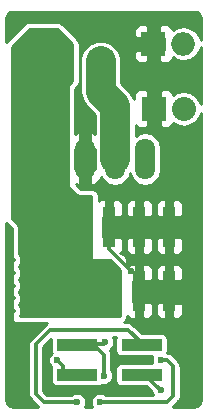
<source format=gbl>
G04 #@! TF.FileFunction,Copper,L2,Bot,Signal*
%FSLAX46Y46*%
G04 Gerber Fmt 4.6, Leading zero omitted, Abs format (unit mm)*
G04 Created by KiCad (PCBNEW 4.0.2-stable) date 16.05.2016 20:42:00*
%MOMM*%
G01*
G04 APERTURE LIST*
%ADD10C,0.100000*%
%ADD11C,0.500000*%
%ADD12R,2.032000X2.032000*%
%ADD13O,2.032000X2.032000*%
%ADD14C,2.500000*%
%ADD15O,1.699260X3.500120*%
%ADD16R,3.450000X1.020000*%
%ADD17R,1.020000X3.450000*%
%ADD18O,1.998980X1.998980*%
%ADD19R,1.998980X1.998980*%
%ADD20C,0.600000*%
%ADD21C,0.300000*%
%ADD22C,2.500000*%
%ADD23C,1.500000*%
%ADD24C,0.254000*%
G04 APERTURE END LIST*
D10*
D11*
X157200000Y-124720000D03*
X157200000Y-131200000D03*
X157200000Y-123640000D03*
X157200000Y-122560000D03*
X157200000Y-121480000D03*
X157200000Y-120400000D03*
X157200000Y-119320000D03*
X157200000Y-118240000D03*
X157200000Y-117160000D03*
X157200000Y-116080000D03*
X157200000Y-115000000D03*
X157200000Y-113920000D03*
X157200000Y-112840000D03*
X157200000Y-111760000D03*
X157200000Y-110680000D03*
X157200000Y-109600000D03*
X157200000Y-108520000D03*
X157200000Y-104200000D03*
X157200000Y-103120000D03*
X141800000Y-131200000D03*
X141800000Y-130120000D03*
X141800000Y-129040000D03*
X141800000Y-127960000D03*
X141800000Y-126880000D03*
X141800000Y-125800000D03*
X141800000Y-124720000D03*
X141800000Y-123640000D03*
X141800000Y-122560000D03*
X141800000Y-121480000D03*
X141800000Y-120400000D03*
X141800000Y-119320000D03*
X141800000Y-99880000D03*
X157200000Y-98800000D03*
X156100000Y-98800000D03*
X155000000Y-98800000D03*
X153900000Y-98800000D03*
X152800000Y-98800000D03*
X151700000Y-98800000D03*
X150600000Y-98800000D03*
X149500000Y-98800000D03*
X148400000Y-98800000D03*
X147300000Y-98800000D03*
X146200000Y-98800000D03*
X145100000Y-98800000D03*
X144000000Y-98800000D03*
X142900000Y-98800000D03*
D12*
X153750000Y-106500000D03*
D13*
X156290000Y-106500000D03*
D14*
X149250000Y-102500000D03*
X144250000Y-102500000D03*
D15*
X150500000Y-110750000D03*
X153040000Y-110750000D03*
X147960000Y-110750000D03*
D11*
X141800000Y-98800000D03*
D16*
X147275000Y-129020000D03*
X152725000Y-129020000D03*
X147275000Y-126480000D03*
X152725000Y-126480000D03*
D17*
X152540000Y-121975000D03*
X152540000Y-116525000D03*
X150000000Y-121975000D03*
X150000000Y-116525000D03*
X144920000Y-116525000D03*
X144920000Y-121975000D03*
X147460000Y-116525000D03*
X147460000Y-121975000D03*
X155080000Y-121975000D03*
X155080000Y-116525000D03*
D18*
X156270000Y-101000000D03*
D19*
X153730000Y-101000000D03*
D17*
X142730000Y-106875000D03*
X142730000Y-112325000D03*
X145270000Y-106875000D03*
X145270000Y-112325000D03*
D20*
X154350000Y-130350000D03*
X147250000Y-130200000D03*
X144875000Y-129225000D03*
X156600000Y-129200000D03*
X156200000Y-126200000D03*
X151800000Y-120200000D03*
X144450000Y-123150000D03*
X147250000Y-131350000D03*
X149200000Y-131350000D03*
X154350000Y-127800000D03*
X145600000Y-127800000D03*
X149650000Y-126250000D03*
X149550000Y-129100000D03*
D21*
X152725000Y-129020000D02*
X153020000Y-129020000D01*
X153020000Y-129020000D02*
X153939500Y-129939500D01*
X154350000Y-130350000D02*
X153939500Y-129939500D01*
X147250000Y-130200000D02*
X145100000Y-130200000D01*
X144875000Y-129975000D02*
X144875000Y-129225000D01*
X145100000Y-130200000D02*
X144875000Y-129975000D01*
X156600000Y-130600000D02*
X157200000Y-131200000D01*
X156600000Y-129200000D02*
X156600000Y-130600000D01*
X153730000Y-101000000D02*
X153730000Y-102930000D01*
X153730000Y-102930000D02*
X154000000Y-103200000D01*
X154000000Y-103200000D02*
X157200000Y-103200000D01*
X156200000Y-128800000D02*
X156600000Y-129200000D01*
X155080000Y-122959500D02*
X156159500Y-122959500D01*
X156159500Y-122959500D02*
X156600000Y-123400000D01*
X156600000Y-123400000D02*
X156600000Y-125800000D01*
X156200000Y-126200000D02*
X156200000Y-128800000D01*
X156600000Y-125800000D02*
X156200000Y-126200000D01*
X150000000Y-115530000D02*
X150000000Y-118400000D01*
X150000000Y-118400000D02*
X151800000Y-120200000D01*
D22*
X149250000Y-102500000D02*
X149250000Y-105050000D01*
X149250000Y-105050000D02*
X150500000Y-106300000D01*
X150500000Y-106300000D02*
X150500000Y-110750000D01*
D23*
X144450000Y-123150000D02*
X144640500Y-122959500D01*
X144640500Y-122959500D02*
X144922540Y-122959500D01*
D21*
X145925000Y-131350000D02*
X144475000Y-131350000D01*
X144400000Y-125800000D02*
X144975000Y-125225000D01*
X144975000Y-125225000D02*
X151575000Y-125225000D01*
X151575000Y-125225000D02*
X152725000Y-126375000D01*
X143775000Y-126425000D02*
X144400000Y-125800000D01*
X143775000Y-126500000D02*
X143775000Y-126425000D01*
X143775000Y-126525000D02*
X143775000Y-126500000D01*
X143775000Y-127225000D02*
X143775000Y-126525000D01*
X143775000Y-130650000D02*
X143775000Y-127225000D01*
X144475000Y-131350000D02*
X143775000Y-130650000D01*
X147250000Y-131350000D02*
X145925000Y-131350000D01*
X145925000Y-131350000D02*
X145875000Y-131350000D01*
X152725000Y-126375000D02*
X152725000Y-126480000D01*
X151740000Y-126460000D02*
X153539500Y-126460000D01*
X149950000Y-131350000D02*
X154850000Y-131350000D01*
X149950000Y-131350000D02*
X149200000Y-131350000D01*
X154900000Y-127800000D02*
X154350000Y-127800000D01*
X155400000Y-128300000D02*
X154900000Y-127800000D01*
X155400000Y-130800000D02*
X155400000Y-128300000D01*
X154850000Y-131350000D02*
X155400000Y-130800000D01*
X154350000Y-127800000D02*
X154250000Y-127700000D01*
X145600000Y-127800000D02*
X146110000Y-128310000D01*
X146110000Y-128310000D02*
X146110000Y-129000000D01*
X149540000Y-126460000D02*
X149540000Y-126360000D01*
X148060000Y-126460000D02*
X149540000Y-126460000D01*
X149540000Y-126360000D02*
X149650000Y-126250000D01*
X149550000Y-127350000D02*
X148680000Y-126480000D01*
X149550000Y-129100000D02*
X149550000Y-127350000D01*
X148680000Y-126480000D02*
X147275000Y-126480000D01*
X148060000Y-126460000D02*
X146110000Y-126460000D01*
D24*
G36*
X141723000Y-116597580D02*
X141723000Y-124200000D01*
X141755622Y-124373369D01*
X141858083Y-124532598D01*
X142014420Y-124639419D01*
X142200000Y-124677000D01*
X144688255Y-124677000D01*
X144531644Y-124781644D01*
X143331644Y-125981644D01*
X143195728Y-126185057D01*
X143148000Y-126425000D01*
X143148000Y-130650000D01*
X143195728Y-130889943D01*
X143223974Y-130932216D01*
X143331644Y-131093356D01*
X143956288Y-131718000D01*
X141847475Y-131718000D01*
X141605383Y-131669845D01*
X141440395Y-131559604D01*
X141330155Y-131394618D01*
X141282000Y-131152525D01*
X141282000Y-116156580D01*
X141723000Y-116597580D01*
X141723000Y-116597580D01*
G37*
X141723000Y-116597580D02*
X141723000Y-124200000D01*
X141755622Y-124373369D01*
X141858083Y-124532598D01*
X142014420Y-124639419D01*
X142200000Y-124677000D01*
X144688255Y-124677000D01*
X144531644Y-124781644D01*
X143331644Y-125981644D01*
X143195728Y-126185057D01*
X143148000Y-126425000D01*
X143148000Y-130650000D01*
X143195728Y-130889943D01*
X143223974Y-130932216D01*
X143331644Y-131093356D01*
X143956288Y-131718000D01*
X141847475Y-131718000D01*
X141605383Y-131669845D01*
X141440395Y-131559604D01*
X141330155Y-131394618D01*
X141282000Y-131152525D01*
X141282000Y-116156580D01*
X141723000Y-116597580D01*
G36*
X150513656Y-125970000D02*
X150513656Y-126990000D01*
X150546917Y-127166765D01*
X150651385Y-127329113D01*
X150810785Y-127438027D01*
X151000000Y-127476344D01*
X153643071Y-127476344D01*
X153573135Y-127644767D01*
X153572866Y-127953877D01*
X153601698Y-128023656D01*
X151000000Y-128023656D01*
X150823235Y-128056917D01*
X150660887Y-128161385D01*
X150551973Y-128320785D01*
X150513656Y-128510000D01*
X150513656Y-129530000D01*
X150546917Y-129706765D01*
X150651385Y-129869113D01*
X150810785Y-129978027D01*
X151000000Y-130016344D01*
X153129632Y-130016344D01*
X153572905Y-130459617D01*
X153572866Y-130503877D01*
X153663406Y-130723000D01*
X149671979Y-130723000D01*
X149640710Y-130691676D01*
X149355233Y-130573135D01*
X149046123Y-130572866D01*
X148760440Y-130690908D01*
X148541676Y-130909290D01*
X148423135Y-131194767D01*
X148422866Y-131503877D01*
X148511340Y-131718000D01*
X147938516Y-131718000D01*
X148026865Y-131505233D01*
X148027134Y-131196123D01*
X147909092Y-130910440D01*
X147690710Y-130691676D01*
X147405233Y-130573135D01*
X147096123Y-130572866D01*
X146810440Y-130690908D01*
X146778292Y-130723000D01*
X144734712Y-130723000D01*
X144402000Y-130390288D01*
X144402000Y-126684712D01*
X145063656Y-126023056D01*
X145063656Y-126990000D01*
X145096917Y-127166765D01*
X145111631Y-127189632D01*
X144941676Y-127359290D01*
X144823135Y-127644767D01*
X144822866Y-127953877D01*
X144940908Y-128239560D01*
X145088484Y-128387394D01*
X145063656Y-128510000D01*
X145063656Y-129530000D01*
X145096917Y-129706765D01*
X145201385Y-129869113D01*
X145360785Y-129978027D01*
X145550000Y-130016344D01*
X149000000Y-130016344D01*
X149176765Y-129983083D01*
X149339113Y-129878615D01*
X149352345Y-129859250D01*
X149394767Y-129876865D01*
X149703877Y-129877134D01*
X149989560Y-129759092D01*
X150208324Y-129540710D01*
X150326865Y-129255233D01*
X150327134Y-128946123D01*
X150209092Y-128660440D01*
X150177000Y-128628292D01*
X150177000Y-127350000D01*
X150172845Y-127329113D01*
X150129273Y-127110058D01*
X150015452Y-126939713D01*
X150089560Y-126909092D01*
X150308324Y-126690710D01*
X150426865Y-126405233D01*
X150427134Y-126096123D01*
X150326264Y-125852000D01*
X150537552Y-125852000D01*
X150513656Y-125970000D01*
X150513656Y-125970000D01*
G37*
X150513656Y-125970000D02*
X150513656Y-126990000D01*
X150546917Y-127166765D01*
X150651385Y-127329113D01*
X150810785Y-127438027D01*
X151000000Y-127476344D01*
X153643071Y-127476344D01*
X153573135Y-127644767D01*
X153572866Y-127953877D01*
X153601698Y-128023656D01*
X151000000Y-128023656D01*
X150823235Y-128056917D01*
X150660887Y-128161385D01*
X150551973Y-128320785D01*
X150513656Y-128510000D01*
X150513656Y-129530000D01*
X150546917Y-129706765D01*
X150651385Y-129869113D01*
X150810785Y-129978027D01*
X151000000Y-130016344D01*
X153129632Y-130016344D01*
X153572905Y-130459617D01*
X153572866Y-130503877D01*
X153663406Y-130723000D01*
X149671979Y-130723000D01*
X149640710Y-130691676D01*
X149355233Y-130573135D01*
X149046123Y-130572866D01*
X148760440Y-130690908D01*
X148541676Y-130909290D01*
X148423135Y-131194767D01*
X148422866Y-131503877D01*
X148511340Y-131718000D01*
X147938516Y-131718000D01*
X148026865Y-131505233D01*
X148027134Y-131196123D01*
X147909092Y-130910440D01*
X147690710Y-130691676D01*
X147405233Y-130573135D01*
X147096123Y-130572866D01*
X146810440Y-130690908D01*
X146778292Y-130723000D01*
X144734712Y-130723000D01*
X144402000Y-130390288D01*
X144402000Y-126684712D01*
X145063656Y-126023056D01*
X145063656Y-126990000D01*
X145096917Y-127166765D01*
X145111631Y-127189632D01*
X144941676Y-127359290D01*
X144823135Y-127644767D01*
X144822866Y-127953877D01*
X144940908Y-128239560D01*
X145088484Y-128387394D01*
X145063656Y-128510000D01*
X145063656Y-129530000D01*
X145096917Y-129706765D01*
X145201385Y-129869113D01*
X145360785Y-129978027D01*
X145550000Y-130016344D01*
X149000000Y-130016344D01*
X149176765Y-129983083D01*
X149339113Y-129878615D01*
X149352345Y-129859250D01*
X149394767Y-129876865D01*
X149703877Y-129877134D01*
X149989560Y-129759092D01*
X150208324Y-129540710D01*
X150326865Y-129255233D01*
X150327134Y-128946123D01*
X150209092Y-128660440D01*
X150177000Y-128628292D01*
X150177000Y-127350000D01*
X150172845Y-127329113D01*
X150129273Y-127110058D01*
X150015452Y-126939713D01*
X150089560Y-126909092D01*
X150308324Y-126690710D01*
X150426865Y-126405233D01*
X150427134Y-126096123D01*
X150326264Y-125852000D01*
X150537552Y-125852000D01*
X150513656Y-125970000D01*
G36*
X157394618Y-98330155D02*
X157559604Y-98440395D01*
X157669845Y-98605383D01*
X157718000Y-98847475D01*
X157718000Y-100711350D01*
X157663025Y-100434972D01*
X157342962Y-99955964D01*
X156863954Y-99635901D01*
X156298926Y-99523510D01*
X156241074Y-99523510D01*
X155676046Y-99635901D01*
X155354717Y-99850606D01*
X155267817Y-99640811D01*
X155089188Y-99462183D01*
X154855799Y-99365510D01*
X154388495Y-99365510D01*
X154229745Y-99524260D01*
X154229745Y-100500255D01*
X154623000Y-100500255D01*
X154623000Y-101499745D01*
X154229745Y-101499745D01*
X154229745Y-102475740D01*
X154388495Y-102634490D01*
X154855799Y-102634490D01*
X155089188Y-102537817D01*
X155267817Y-102359189D01*
X155354717Y-102149394D01*
X155676046Y-102364099D01*
X156241074Y-102476490D01*
X156298926Y-102476490D01*
X156863954Y-102364099D01*
X157342962Y-102044036D01*
X157663025Y-101565028D01*
X157718000Y-101288650D01*
X157718000Y-106143974D01*
X157669352Y-105899404D01*
X157345710Y-105415040D01*
X156861346Y-105091398D01*
X156290000Y-104977750D01*
X155718654Y-105091398D01*
X155383467Y-105315363D01*
X155304327Y-105124302D01*
X155125699Y-104945673D01*
X154892310Y-104849000D01*
X154416750Y-104849000D01*
X154258000Y-105007750D01*
X154258000Y-105992000D01*
X154643000Y-105992000D01*
X154643000Y-107008000D01*
X154258000Y-107008000D01*
X154258000Y-107992250D01*
X154416750Y-108151000D01*
X154892310Y-108151000D01*
X155125699Y-108054327D01*
X155304327Y-107875698D01*
X155383467Y-107684637D01*
X155718654Y-107908602D01*
X156290000Y-108022250D01*
X156861346Y-107908602D01*
X157345710Y-107584960D01*
X157669352Y-107100596D01*
X157718000Y-106856026D01*
X157718000Y-131152525D01*
X157669845Y-131394617D01*
X157559604Y-131559605D01*
X157394618Y-131669845D01*
X157152525Y-131718000D01*
X155368712Y-131718000D01*
X155843356Y-131243356D01*
X155852767Y-131229272D01*
X155979272Y-131039943D01*
X156027000Y-130800000D01*
X156027000Y-128300000D01*
X156015733Y-128243356D01*
X155979273Y-128060058D01*
X155843356Y-127856644D01*
X155343356Y-127356644D01*
X155139943Y-127220728D01*
X154900000Y-127173000D01*
X154899286Y-127173000D01*
X154936344Y-126990000D01*
X154936344Y-125970000D01*
X154903083Y-125793235D01*
X154798615Y-125630887D01*
X154639215Y-125521973D01*
X154450000Y-125483656D01*
X152720368Y-125483656D01*
X152018356Y-124781644D01*
X151814943Y-124645728D01*
X151575000Y-124598000D01*
X151245442Y-124598000D01*
X151332598Y-124541917D01*
X151439419Y-124385580D01*
X151477000Y-124200000D01*
X151477000Y-124024275D01*
X151491673Y-124059699D01*
X151670302Y-124238327D01*
X151903691Y-124335000D01*
X152126250Y-124335000D01*
X152285000Y-124176250D01*
X152285000Y-122837500D01*
X152795000Y-122837500D01*
X152795000Y-124176250D01*
X152953750Y-124335000D01*
X153176309Y-124335000D01*
X153409698Y-124238327D01*
X153588327Y-124059699D01*
X153685000Y-123826310D01*
X153685000Y-122996250D01*
X153935000Y-122996250D01*
X153935000Y-123826310D01*
X154031673Y-124059699D01*
X154210302Y-124238327D01*
X154443691Y-124335000D01*
X154666250Y-124335000D01*
X154825000Y-124176250D01*
X154825000Y-122837500D01*
X155335000Y-122837500D01*
X155335000Y-124176250D01*
X155493750Y-124335000D01*
X155716309Y-124335000D01*
X155949698Y-124238327D01*
X156128327Y-124059699D01*
X156225000Y-123826310D01*
X156225000Y-122996250D01*
X156066250Y-122837500D01*
X155335000Y-122837500D01*
X154825000Y-122837500D01*
X154093750Y-122837500D01*
X153935000Y-122996250D01*
X153685000Y-122996250D01*
X153526250Y-122837500D01*
X152795000Y-122837500D01*
X152285000Y-122837500D01*
X152030000Y-122837500D01*
X152030000Y-121112500D01*
X152285000Y-121112500D01*
X152285000Y-119773750D01*
X152795000Y-119773750D01*
X152795000Y-121112500D01*
X153526250Y-121112500D01*
X153685000Y-120953750D01*
X153685000Y-120123690D01*
X153935000Y-120123690D01*
X153935000Y-120953750D01*
X154093750Y-121112500D01*
X154825000Y-121112500D01*
X154825000Y-119773750D01*
X155335000Y-119773750D01*
X155335000Y-121112500D01*
X156066250Y-121112500D01*
X156225000Y-120953750D01*
X156225000Y-120123690D01*
X156128327Y-119890301D01*
X155949698Y-119711673D01*
X155716309Y-119615000D01*
X155493750Y-119615000D01*
X155335000Y-119773750D01*
X154825000Y-119773750D01*
X154666250Y-119615000D01*
X154443691Y-119615000D01*
X154210302Y-119711673D01*
X154031673Y-119890301D01*
X153935000Y-120123690D01*
X153685000Y-120123690D01*
X153588327Y-119890301D01*
X153409698Y-119711673D01*
X153176309Y-119615000D01*
X152953750Y-119615000D01*
X152795000Y-119773750D01*
X152285000Y-119773750D01*
X152126250Y-119615000D01*
X151903691Y-119615000D01*
X151670302Y-119711673D01*
X151491673Y-119890301D01*
X151477000Y-119925725D01*
X151477000Y-119200000D01*
X151444378Y-119026631D01*
X151341917Y-118867402D01*
X151185580Y-118760581D01*
X151000000Y-118723000D01*
X150935025Y-118723000D01*
X151048327Y-118609699D01*
X151145000Y-118376310D01*
X151145000Y-117546250D01*
X151395000Y-117546250D01*
X151395000Y-118376310D01*
X151491673Y-118609699D01*
X151670302Y-118788327D01*
X151903691Y-118885000D01*
X152126250Y-118885000D01*
X152285000Y-118726250D01*
X152285000Y-117387500D01*
X152795000Y-117387500D01*
X152795000Y-118726250D01*
X152953750Y-118885000D01*
X153176309Y-118885000D01*
X153409698Y-118788327D01*
X153588327Y-118609699D01*
X153685000Y-118376310D01*
X153685000Y-117546250D01*
X153935000Y-117546250D01*
X153935000Y-118376310D01*
X154031673Y-118609699D01*
X154210302Y-118788327D01*
X154443691Y-118885000D01*
X154666250Y-118885000D01*
X154825000Y-118726250D01*
X154825000Y-117387500D01*
X155335000Y-117387500D01*
X155335000Y-118726250D01*
X155493750Y-118885000D01*
X155716309Y-118885000D01*
X155949698Y-118788327D01*
X156128327Y-118609699D01*
X156225000Y-118376310D01*
X156225000Y-117546250D01*
X156066250Y-117387500D01*
X155335000Y-117387500D01*
X154825000Y-117387500D01*
X154093750Y-117387500D01*
X153935000Y-117546250D01*
X153685000Y-117546250D01*
X153526250Y-117387500D01*
X152795000Y-117387500D01*
X152285000Y-117387500D01*
X151553750Y-117387500D01*
X151395000Y-117546250D01*
X151145000Y-117546250D01*
X150986250Y-117387500D01*
X150255000Y-117387500D01*
X150255000Y-117418000D01*
X149745000Y-117418000D01*
X149745000Y-117387500D01*
X149490000Y-117387500D01*
X149490000Y-115662500D01*
X149745000Y-115662500D01*
X149745000Y-114323750D01*
X150255000Y-114323750D01*
X150255000Y-115662500D01*
X150986250Y-115662500D01*
X151145000Y-115503750D01*
X151145000Y-114673690D01*
X151395000Y-114673690D01*
X151395000Y-115503750D01*
X151553750Y-115662500D01*
X152285000Y-115662500D01*
X152285000Y-114323750D01*
X152795000Y-114323750D01*
X152795000Y-115662500D01*
X153526250Y-115662500D01*
X153685000Y-115503750D01*
X153685000Y-114673690D01*
X153935000Y-114673690D01*
X153935000Y-115503750D01*
X154093750Y-115662500D01*
X154825000Y-115662500D01*
X154825000Y-114323750D01*
X155335000Y-114323750D01*
X155335000Y-115662500D01*
X156066250Y-115662500D01*
X156225000Y-115503750D01*
X156225000Y-114673690D01*
X156128327Y-114440301D01*
X155949698Y-114261673D01*
X155716309Y-114165000D01*
X155493750Y-114165000D01*
X155335000Y-114323750D01*
X154825000Y-114323750D01*
X154666250Y-114165000D01*
X154443691Y-114165000D01*
X154210302Y-114261673D01*
X154031673Y-114440301D01*
X153935000Y-114673690D01*
X153685000Y-114673690D01*
X153588327Y-114440301D01*
X153409698Y-114261673D01*
X153176309Y-114165000D01*
X152953750Y-114165000D01*
X152795000Y-114323750D01*
X152285000Y-114323750D01*
X152126250Y-114165000D01*
X151903691Y-114165000D01*
X151670302Y-114261673D01*
X151491673Y-114440301D01*
X151395000Y-114673690D01*
X151145000Y-114673690D01*
X151048327Y-114440301D01*
X150869698Y-114261673D01*
X150636309Y-114165000D01*
X150413750Y-114165000D01*
X150255000Y-114323750D01*
X149745000Y-114323750D01*
X149586250Y-114165000D01*
X149363691Y-114165000D01*
X149130302Y-114261673D01*
X149077000Y-114314975D01*
X149077000Y-113800000D01*
X149044378Y-113626631D01*
X148941917Y-113467402D01*
X148785580Y-113360581D01*
X148600000Y-113323000D01*
X147597580Y-113323000D01*
X147191212Y-112916632D01*
X147317879Y-112989013D01*
X147535185Y-112906412D01*
X147535185Y-111623000D01*
X147110370Y-111623000D01*
X147110370Y-109877000D01*
X147535185Y-109877000D01*
X147535185Y-108593588D01*
X147317879Y-108510987D01*
X147077000Y-108648632D01*
X147077000Y-104797580D01*
X147337290Y-104537290D01*
X147439419Y-104385580D01*
X147477000Y-104200000D01*
X147477000Y-102842014D01*
X147522701Y-102842014D01*
X147523000Y-102842738D01*
X147523000Y-105050000D01*
X147584204Y-105357691D01*
X147654460Y-105710895D01*
X148028827Y-106271173D01*
X148773000Y-107015346D01*
X148773000Y-108608632D01*
X148602121Y-108510987D01*
X148384815Y-108593588D01*
X148384815Y-109877000D01*
X148773000Y-109877000D01*
X148773000Y-110750000D01*
X148809630Y-110934151D01*
X148809630Y-111623000D01*
X148384815Y-111623000D01*
X148384815Y-112906412D01*
X148602121Y-112989013D01*
X148859562Y-112841904D01*
X149247044Y-112406961D01*
X149303375Y-112245174D01*
X149561931Y-112632130D01*
X149992321Y-112919707D01*
X150500000Y-113020691D01*
X151007679Y-112919707D01*
X151438069Y-112632130D01*
X151725646Y-112201740D01*
X151770000Y-111978758D01*
X151814354Y-112201740D01*
X152101931Y-112632130D01*
X152532321Y-112919707D01*
X153040000Y-113020691D01*
X153547679Y-112919707D01*
X153978069Y-112632130D01*
X154265646Y-112201740D01*
X154366630Y-111694061D01*
X154366630Y-109805939D01*
X154265646Y-109298260D01*
X153978069Y-108867870D01*
X153547679Y-108580293D01*
X153040000Y-108479309D01*
X152532321Y-108580293D01*
X152227000Y-108784302D01*
X152227000Y-107907025D01*
X152374301Y-108054327D01*
X152607690Y-108151000D01*
X153083250Y-108151000D01*
X153242000Y-107992250D01*
X153242000Y-107008000D01*
X152857000Y-107008000D01*
X152857000Y-105992000D01*
X153242000Y-105992000D01*
X153242000Y-105007750D01*
X153083250Y-104849000D01*
X152607690Y-104849000D01*
X152374301Y-104945673D01*
X152195673Y-105124302D01*
X152099000Y-105357691D01*
X152099000Y-105656501D01*
X152095540Y-105639106D01*
X151721173Y-105078827D01*
X150977000Y-104334654D01*
X150977000Y-102500934D01*
X150977299Y-102157986D01*
X150770914Y-101658495D01*
X152095510Y-101658495D01*
X152095510Y-102125800D01*
X152192183Y-102359189D01*
X152370812Y-102537817D01*
X152604201Y-102634490D01*
X153071505Y-102634490D01*
X153230255Y-102475740D01*
X153230255Y-101499745D01*
X152254260Y-101499745D01*
X152095510Y-101658495D01*
X150770914Y-101658495D01*
X150714933Y-101523011D01*
X150229544Y-101036774D01*
X149595029Y-100773300D01*
X148907986Y-100772701D01*
X148273011Y-101035067D01*
X147786774Y-101520456D01*
X147523300Y-102154971D01*
X147522701Y-102842014D01*
X147477000Y-102842014D01*
X147477000Y-101000000D01*
X147441941Y-100820508D01*
X147337290Y-100662710D01*
X146548780Y-99874200D01*
X152095510Y-99874200D01*
X152095510Y-100341505D01*
X152254260Y-100500255D01*
X153230255Y-100500255D01*
X153230255Y-99524260D01*
X153071505Y-99365510D01*
X152604201Y-99365510D01*
X152370812Y-99462183D01*
X152192183Y-99640811D01*
X152095510Y-99874200D01*
X146548780Y-99874200D01*
X145937290Y-99262710D01*
X145785580Y-99160581D01*
X145600000Y-99123000D01*
X143200000Y-99123000D01*
X143020508Y-99158059D01*
X142862710Y-99262710D01*
X141282000Y-100843420D01*
X141282000Y-98847475D01*
X141330155Y-98605382D01*
X141440395Y-98440396D01*
X141605383Y-98330155D01*
X141847475Y-98282000D01*
X157152525Y-98282000D01*
X157394618Y-98330155D01*
X157394618Y-98330155D01*
G37*
X157394618Y-98330155D02*
X157559604Y-98440395D01*
X157669845Y-98605383D01*
X157718000Y-98847475D01*
X157718000Y-100711350D01*
X157663025Y-100434972D01*
X157342962Y-99955964D01*
X156863954Y-99635901D01*
X156298926Y-99523510D01*
X156241074Y-99523510D01*
X155676046Y-99635901D01*
X155354717Y-99850606D01*
X155267817Y-99640811D01*
X155089188Y-99462183D01*
X154855799Y-99365510D01*
X154388495Y-99365510D01*
X154229745Y-99524260D01*
X154229745Y-100500255D01*
X154623000Y-100500255D01*
X154623000Y-101499745D01*
X154229745Y-101499745D01*
X154229745Y-102475740D01*
X154388495Y-102634490D01*
X154855799Y-102634490D01*
X155089188Y-102537817D01*
X155267817Y-102359189D01*
X155354717Y-102149394D01*
X155676046Y-102364099D01*
X156241074Y-102476490D01*
X156298926Y-102476490D01*
X156863954Y-102364099D01*
X157342962Y-102044036D01*
X157663025Y-101565028D01*
X157718000Y-101288650D01*
X157718000Y-106143974D01*
X157669352Y-105899404D01*
X157345710Y-105415040D01*
X156861346Y-105091398D01*
X156290000Y-104977750D01*
X155718654Y-105091398D01*
X155383467Y-105315363D01*
X155304327Y-105124302D01*
X155125699Y-104945673D01*
X154892310Y-104849000D01*
X154416750Y-104849000D01*
X154258000Y-105007750D01*
X154258000Y-105992000D01*
X154643000Y-105992000D01*
X154643000Y-107008000D01*
X154258000Y-107008000D01*
X154258000Y-107992250D01*
X154416750Y-108151000D01*
X154892310Y-108151000D01*
X155125699Y-108054327D01*
X155304327Y-107875698D01*
X155383467Y-107684637D01*
X155718654Y-107908602D01*
X156290000Y-108022250D01*
X156861346Y-107908602D01*
X157345710Y-107584960D01*
X157669352Y-107100596D01*
X157718000Y-106856026D01*
X157718000Y-131152525D01*
X157669845Y-131394617D01*
X157559604Y-131559605D01*
X157394618Y-131669845D01*
X157152525Y-131718000D01*
X155368712Y-131718000D01*
X155843356Y-131243356D01*
X155852767Y-131229272D01*
X155979272Y-131039943D01*
X156027000Y-130800000D01*
X156027000Y-128300000D01*
X156015733Y-128243356D01*
X155979273Y-128060058D01*
X155843356Y-127856644D01*
X155343356Y-127356644D01*
X155139943Y-127220728D01*
X154900000Y-127173000D01*
X154899286Y-127173000D01*
X154936344Y-126990000D01*
X154936344Y-125970000D01*
X154903083Y-125793235D01*
X154798615Y-125630887D01*
X154639215Y-125521973D01*
X154450000Y-125483656D01*
X152720368Y-125483656D01*
X152018356Y-124781644D01*
X151814943Y-124645728D01*
X151575000Y-124598000D01*
X151245442Y-124598000D01*
X151332598Y-124541917D01*
X151439419Y-124385580D01*
X151477000Y-124200000D01*
X151477000Y-124024275D01*
X151491673Y-124059699D01*
X151670302Y-124238327D01*
X151903691Y-124335000D01*
X152126250Y-124335000D01*
X152285000Y-124176250D01*
X152285000Y-122837500D01*
X152795000Y-122837500D01*
X152795000Y-124176250D01*
X152953750Y-124335000D01*
X153176309Y-124335000D01*
X153409698Y-124238327D01*
X153588327Y-124059699D01*
X153685000Y-123826310D01*
X153685000Y-122996250D01*
X153935000Y-122996250D01*
X153935000Y-123826310D01*
X154031673Y-124059699D01*
X154210302Y-124238327D01*
X154443691Y-124335000D01*
X154666250Y-124335000D01*
X154825000Y-124176250D01*
X154825000Y-122837500D01*
X155335000Y-122837500D01*
X155335000Y-124176250D01*
X155493750Y-124335000D01*
X155716309Y-124335000D01*
X155949698Y-124238327D01*
X156128327Y-124059699D01*
X156225000Y-123826310D01*
X156225000Y-122996250D01*
X156066250Y-122837500D01*
X155335000Y-122837500D01*
X154825000Y-122837500D01*
X154093750Y-122837500D01*
X153935000Y-122996250D01*
X153685000Y-122996250D01*
X153526250Y-122837500D01*
X152795000Y-122837500D01*
X152285000Y-122837500D01*
X152030000Y-122837500D01*
X152030000Y-121112500D01*
X152285000Y-121112500D01*
X152285000Y-119773750D01*
X152795000Y-119773750D01*
X152795000Y-121112500D01*
X153526250Y-121112500D01*
X153685000Y-120953750D01*
X153685000Y-120123690D01*
X153935000Y-120123690D01*
X153935000Y-120953750D01*
X154093750Y-121112500D01*
X154825000Y-121112500D01*
X154825000Y-119773750D01*
X155335000Y-119773750D01*
X155335000Y-121112500D01*
X156066250Y-121112500D01*
X156225000Y-120953750D01*
X156225000Y-120123690D01*
X156128327Y-119890301D01*
X155949698Y-119711673D01*
X155716309Y-119615000D01*
X155493750Y-119615000D01*
X155335000Y-119773750D01*
X154825000Y-119773750D01*
X154666250Y-119615000D01*
X154443691Y-119615000D01*
X154210302Y-119711673D01*
X154031673Y-119890301D01*
X153935000Y-120123690D01*
X153685000Y-120123690D01*
X153588327Y-119890301D01*
X153409698Y-119711673D01*
X153176309Y-119615000D01*
X152953750Y-119615000D01*
X152795000Y-119773750D01*
X152285000Y-119773750D01*
X152126250Y-119615000D01*
X151903691Y-119615000D01*
X151670302Y-119711673D01*
X151491673Y-119890301D01*
X151477000Y-119925725D01*
X151477000Y-119200000D01*
X151444378Y-119026631D01*
X151341917Y-118867402D01*
X151185580Y-118760581D01*
X151000000Y-118723000D01*
X150935025Y-118723000D01*
X151048327Y-118609699D01*
X151145000Y-118376310D01*
X151145000Y-117546250D01*
X151395000Y-117546250D01*
X151395000Y-118376310D01*
X151491673Y-118609699D01*
X151670302Y-118788327D01*
X151903691Y-118885000D01*
X152126250Y-118885000D01*
X152285000Y-118726250D01*
X152285000Y-117387500D01*
X152795000Y-117387500D01*
X152795000Y-118726250D01*
X152953750Y-118885000D01*
X153176309Y-118885000D01*
X153409698Y-118788327D01*
X153588327Y-118609699D01*
X153685000Y-118376310D01*
X153685000Y-117546250D01*
X153935000Y-117546250D01*
X153935000Y-118376310D01*
X154031673Y-118609699D01*
X154210302Y-118788327D01*
X154443691Y-118885000D01*
X154666250Y-118885000D01*
X154825000Y-118726250D01*
X154825000Y-117387500D01*
X155335000Y-117387500D01*
X155335000Y-118726250D01*
X155493750Y-118885000D01*
X155716309Y-118885000D01*
X155949698Y-118788327D01*
X156128327Y-118609699D01*
X156225000Y-118376310D01*
X156225000Y-117546250D01*
X156066250Y-117387500D01*
X155335000Y-117387500D01*
X154825000Y-117387500D01*
X154093750Y-117387500D01*
X153935000Y-117546250D01*
X153685000Y-117546250D01*
X153526250Y-117387500D01*
X152795000Y-117387500D01*
X152285000Y-117387500D01*
X151553750Y-117387500D01*
X151395000Y-117546250D01*
X151145000Y-117546250D01*
X150986250Y-117387500D01*
X150255000Y-117387500D01*
X150255000Y-117418000D01*
X149745000Y-117418000D01*
X149745000Y-117387500D01*
X149490000Y-117387500D01*
X149490000Y-115662500D01*
X149745000Y-115662500D01*
X149745000Y-114323750D01*
X150255000Y-114323750D01*
X150255000Y-115662500D01*
X150986250Y-115662500D01*
X151145000Y-115503750D01*
X151145000Y-114673690D01*
X151395000Y-114673690D01*
X151395000Y-115503750D01*
X151553750Y-115662500D01*
X152285000Y-115662500D01*
X152285000Y-114323750D01*
X152795000Y-114323750D01*
X152795000Y-115662500D01*
X153526250Y-115662500D01*
X153685000Y-115503750D01*
X153685000Y-114673690D01*
X153935000Y-114673690D01*
X153935000Y-115503750D01*
X154093750Y-115662500D01*
X154825000Y-115662500D01*
X154825000Y-114323750D01*
X155335000Y-114323750D01*
X155335000Y-115662500D01*
X156066250Y-115662500D01*
X156225000Y-115503750D01*
X156225000Y-114673690D01*
X156128327Y-114440301D01*
X155949698Y-114261673D01*
X155716309Y-114165000D01*
X155493750Y-114165000D01*
X155335000Y-114323750D01*
X154825000Y-114323750D01*
X154666250Y-114165000D01*
X154443691Y-114165000D01*
X154210302Y-114261673D01*
X154031673Y-114440301D01*
X153935000Y-114673690D01*
X153685000Y-114673690D01*
X153588327Y-114440301D01*
X153409698Y-114261673D01*
X153176309Y-114165000D01*
X152953750Y-114165000D01*
X152795000Y-114323750D01*
X152285000Y-114323750D01*
X152126250Y-114165000D01*
X151903691Y-114165000D01*
X151670302Y-114261673D01*
X151491673Y-114440301D01*
X151395000Y-114673690D01*
X151145000Y-114673690D01*
X151048327Y-114440301D01*
X150869698Y-114261673D01*
X150636309Y-114165000D01*
X150413750Y-114165000D01*
X150255000Y-114323750D01*
X149745000Y-114323750D01*
X149586250Y-114165000D01*
X149363691Y-114165000D01*
X149130302Y-114261673D01*
X149077000Y-114314975D01*
X149077000Y-113800000D01*
X149044378Y-113626631D01*
X148941917Y-113467402D01*
X148785580Y-113360581D01*
X148600000Y-113323000D01*
X147597580Y-113323000D01*
X147191212Y-112916632D01*
X147317879Y-112989013D01*
X147535185Y-112906412D01*
X147535185Y-111623000D01*
X147110370Y-111623000D01*
X147110370Y-109877000D01*
X147535185Y-109877000D01*
X147535185Y-108593588D01*
X147317879Y-108510987D01*
X147077000Y-108648632D01*
X147077000Y-104797580D01*
X147337290Y-104537290D01*
X147439419Y-104385580D01*
X147477000Y-104200000D01*
X147477000Y-102842014D01*
X147522701Y-102842014D01*
X147523000Y-102842738D01*
X147523000Y-105050000D01*
X147584204Y-105357691D01*
X147654460Y-105710895D01*
X148028827Y-106271173D01*
X148773000Y-107015346D01*
X148773000Y-108608632D01*
X148602121Y-108510987D01*
X148384815Y-108593588D01*
X148384815Y-109877000D01*
X148773000Y-109877000D01*
X148773000Y-110750000D01*
X148809630Y-110934151D01*
X148809630Y-111623000D01*
X148384815Y-111623000D01*
X148384815Y-112906412D01*
X148602121Y-112989013D01*
X148859562Y-112841904D01*
X149247044Y-112406961D01*
X149303375Y-112245174D01*
X149561931Y-112632130D01*
X149992321Y-112919707D01*
X150500000Y-113020691D01*
X151007679Y-112919707D01*
X151438069Y-112632130D01*
X151725646Y-112201740D01*
X151770000Y-111978758D01*
X151814354Y-112201740D01*
X152101931Y-112632130D01*
X152532321Y-112919707D01*
X153040000Y-113020691D01*
X153547679Y-112919707D01*
X153978069Y-112632130D01*
X154265646Y-112201740D01*
X154366630Y-111694061D01*
X154366630Y-109805939D01*
X154265646Y-109298260D01*
X153978069Y-108867870D01*
X153547679Y-108580293D01*
X153040000Y-108479309D01*
X152532321Y-108580293D01*
X152227000Y-108784302D01*
X152227000Y-107907025D01*
X152374301Y-108054327D01*
X152607690Y-108151000D01*
X153083250Y-108151000D01*
X153242000Y-107992250D01*
X153242000Y-107008000D01*
X152857000Y-107008000D01*
X152857000Y-105992000D01*
X153242000Y-105992000D01*
X153242000Y-105007750D01*
X153083250Y-104849000D01*
X152607690Y-104849000D01*
X152374301Y-104945673D01*
X152195673Y-105124302D01*
X152099000Y-105357691D01*
X152099000Y-105656501D01*
X152095540Y-105639106D01*
X151721173Y-105078827D01*
X150977000Y-104334654D01*
X150977000Y-102500934D01*
X150977299Y-102157986D01*
X150770914Y-101658495D01*
X152095510Y-101658495D01*
X152095510Y-102125800D01*
X152192183Y-102359189D01*
X152370812Y-102537817D01*
X152604201Y-102634490D01*
X153071505Y-102634490D01*
X153230255Y-102475740D01*
X153230255Y-101499745D01*
X152254260Y-101499745D01*
X152095510Y-101658495D01*
X150770914Y-101658495D01*
X150714933Y-101523011D01*
X150229544Y-101036774D01*
X149595029Y-100773300D01*
X148907986Y-100772701D01*
X148273011Y-101035067D01*
X147786774Y-101520456D01*
X147523300Y-102154971D01*
X147522701Y-102842014D01*
X147477000Y-102842014D01*
X147477000Y-101000000D01*
X147441941Y-100820508D01*
X147337290Y-100662710D01*
X146548780Y-99874200D01*
X152095510Y-99874200D01*
X152095510Y-100341505D01*
X152254260Y-100500255D01*
X153230255Y-100500255D01*
X153230255Y-99524260D01*
X153071505Y-99365510D01*
X152604201Y-99365510D01*
X152370812Y-99462183D01*
X152192183Y-99640811D01*
X152095510Y-99874200D01*
X146548780Y-99874200D01*
X145937290Y-99262710D01*
X145785580Y-99160581D01*
X145600000Y-99123000D01*
X143200000Y-99123000D01*
X143020508Y-99158059D01*
X142862710Y-99262710D01*
X141282000Y-100843420D01*
X141282000Y-98847475D01*
X141330155Y-98605382D01*
X141440395Y-98440396D01*
X141605383Y-98330155D01*
X141847475Y-98282000D01*
X157152525Y-98282000D01*
X157394618Y-98330155D01*
G36*
X146873000Y-101052606D02*
X146873000Y-104147394D01*
X146510197Y-104510197D01*
X146482334Y-104552211D01*
X146473000Y-104600000D01*
X146473000Y-113000000D01*
X146483006Y-113049410D01*
X146510197Y-113089803D01*
X147310197Y-113889803D01*
X147352211Y-113917666D01*
X147400000Y-113927000D01*
X148473000Y-113927000D01*
X148473000Y-119200000D01*
X148483006Y-119249410D01*
X148511447Y-119291035D01*
X148553841Y-119318315D01*
X148600000Y-119327000D01*
X150040288Y-119327000D01*
X150873000Y-120159712D01*
X150873000Y-124073000D01*
X142395275Y-124073000D01*
X142415961Y-124052350D01*
X142526874Y-123785244D01*
X142527126Y-123496025D01*
X142416680Y-123228725D01*
X142327000Y-123138889D01*
X142327000Y-123061156D01*
X142415961Y-122972350D01*
X142526874Y-122705244D01*
X142527126Y-122416025D01*
X142416680Y-122148725D01*
X142327000Y-122058889D01*
X142327000Y-121981156D01*
X142415961Y-121892350D01*
X142526874Y-121625244D01*
X142527126Y-121336025D01*
X142416680Y-121068725D01*
X142327000Y-120978889D01*
X142327000Y-120901156D01*
X142415961Y-120812350D01*
X142526874Y-120545244D01*
X142527126Y-120256025D01*
X142416680Y-119988725D01*
X142327000Y-119898889D01*
X142327000Y-119821156D01*
X142415961Y-119732350D01*
X142526874Y-119465244D01*
X142527126Y-119176025D01*
X142416680Y-118908725D01*
X142327000Y-118818889D01*
X142327000Y-116400000D01*
X142316994Y-116350590D01*
X142289803Y-116310197D01*
X141727000Y-115747394D01*
X141727000Y-101252606D01*
X143252606Y-99727000D01*
X145547394Y-99727000D01*
X146873000Y-101052606D01*
X146873000Y-101052606D01*
G37*
X146873000Y-101052606D02*
X146873000Y-104147394D01*
X146510197Y-104510197D01*
X146482334Y-104552211D01*
X146473000Y-104600000D01*
X146473000Y-113000000D01*
X146483006Y-113049410D01*
X146510197Y-113089803D01*
X147310197Y-113889803D01*
X147352211Y-113917666D01*
X147400000Y-113927000D01*
X148473000Y-113927000D01*
X148473000Y-119200000D01*
X148483006Y-119249410D01*
X148511447Y-119291035D01*
X148553841Y-119318315D01*
X148600000Y-119327000D01*
X150040288Y-119327000D01*
X150873000Y-120159712D01*
X150873000Y-124073000D01*
X142395275Y-124073000D01*
X142415961Y-124052350D01*
X142526874Y-123785244D01*
X142527126Y-123496025D01*
X142416680Y-123228725D01*
X142327000Y-123138889D01*
X142327000Y-123061156D01*
X142415961Y-122972350D01*
X142526874Y-122705244D01*
X142527126Y-122416025D01*
X142416680Y-122148725D01*
X142327000Y-122058889D01*
X142327000Y-121981156D01*
X142415961Y-121892350D01*
X142526874Y-121625244D01*
X142527126Y-121336025D01*
X142416680Y-121068725D01*
X142327000Y-120978889D01*
X142327000Y-120901156D01*
X142415961Y-120812350D01*
X142526874Y-120545244D01*
X142527126Y-120256025D01*
X142416680Y-119988725D01*
X142327000Y-119898889D01*
X142327000Y-119821156D01*
X142415961Y-119732350D01*
X142526874Y-119465244D01*
X142527126Y-119176025D01*
X142416680Y-118908725D01*
X142327000Y-118818889D01*
X142327000Y-116400000D01*
X142316994Y-116350590D01*
X142289803Y-116310197D01*
X141727000Y-115747394D01*
X141727000Y-101252606D01*
X143252606Y-99727000D01*
X145547394Y-99727000D01*
X146873000Y-101052606D01*
M02*

</source>
